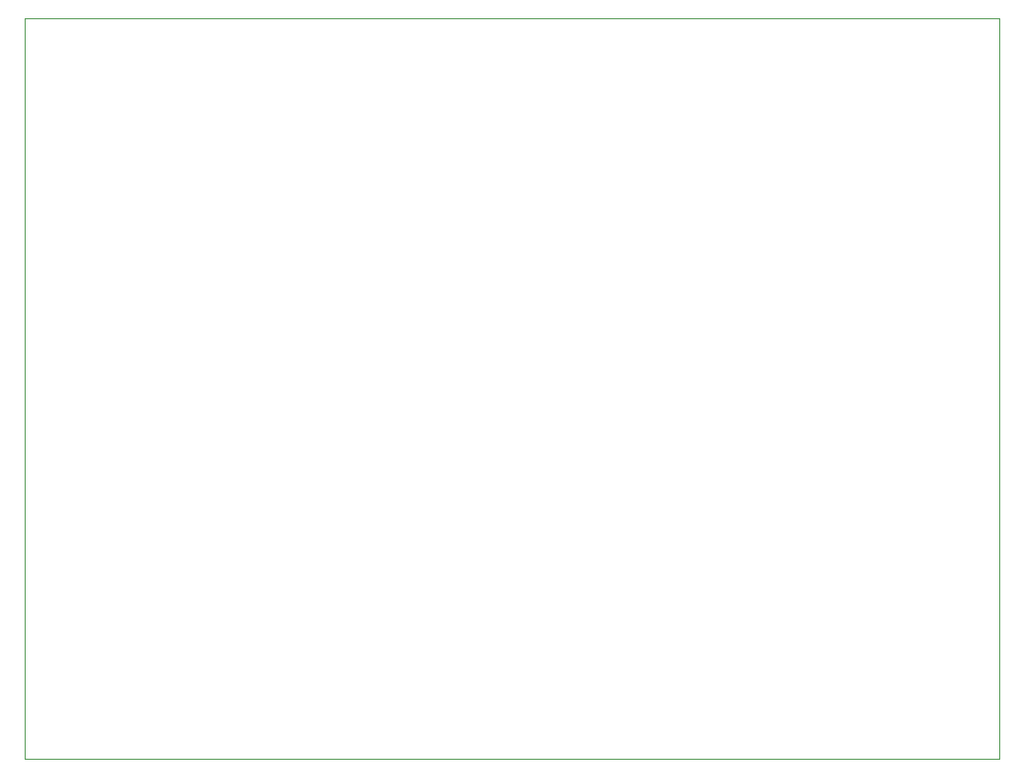
<source format=gbr>
%TF.GenerationSoftware,KiCad,Pcbnew,(6.0.5)*%
%TF.CreationDate,2022-07-15T12:34:29+02:00*%
%TF.ProjectId,pmod_bs3_baseboard,706d6f64-5f62-4733-935f-62617365626f,rev?*%
%TF.SameCoordinates,Original*%
%TF.FileFunction,Profile,NP*%
%FSLAX46Y46*%
G04 Gerber Fmt 4.6, Leading zero omitted, Abs format (unit mm)*
G04 Created by KiCad (PCBNEW (6.0.5)) date 2022-07-15 12:34:29*
%MOMM*%
%LPD*%
G01*
G04 APERTURE LIST*
%TA.AperFunction,Profile*%
%ADD10C,0.050000*%
%TD*%
G04 APERTURE END LIST*
D10*
X53340000Y-17780000D02*
X143510000Y-17780000D01*
X143510000Y-17780000D02*
X143510000Y-86360000D01*
X53340000Y-86360000D02*
X53340000Y-17780000D01*
X143510000Y-86360000D02*
X53340000Y-86360000D01*
M02*

</source>
